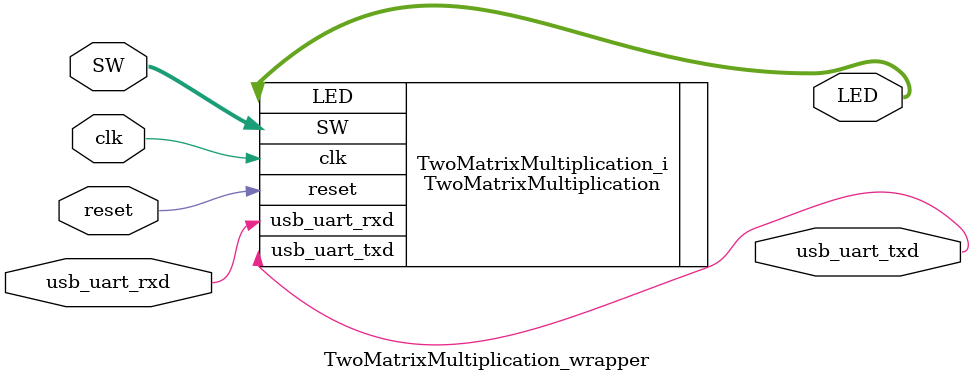
<source format=v>
`timescale 1 ps / 1 ps

module TwoMatrixMultiplication_wrapper
   (LED,
    SW,
    clk,
    reset,
    usb_uart_rxd,
    usb_uart_txd);
  output [15:0]LED;
  input [5:0]SW;
  input clk;
  input reset;
  input usb_uart_rxd;
  output usb_uart_txd;

  wire [15:0]LED;
  wire [5:0]SW;
  wire clk;
  wire reset;
  wire usb_uart_rxd;
  wire usb_uart_txd;

  TwoMatrixMultiplication TwoMatrixMultiplication_i
       (.LED(LED),
        .SW(SW),
        .clk(clk),
        .reset(reset),
        .usb_uart_rxd(usb_uart_rxd),
        .usb_uart_txd(usb_uart_txd));
endmodule

</source>
